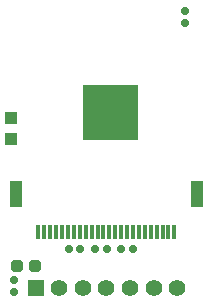
<source format=gbr>
%TF.GenerationSoftware,KiCad,Pcbnew,9.0.0*%
%TF.CreationDate,2025-04-27T20:43:47-05:00*%
%TF.ProjectId,ESP32_S3_CAM_wifi,45535033-325f-4533-935f-43414d5f7769,rev?*%
%TF.SameCoordinates,Original*%
%TF.FileFunction,Soldermask,Bot*%
%TF.FilePolarity,Negative*%
%FSLAX46Y46*%
G04 Gerber Fmt 4.6, Leading zero omitted, Abs format (unit mm)*
G04 Created by KiCad (PCBNEW 9.0.0) date 2025-04-27 20:43:47*
%MOMM*%
%LPD*%
G01*
G04 APERTURE LIST*
G04 Aperture macros list*
%AMRoundRect*
0 Rectangle with rounded corners*
0 $1 Rounding radius*
0 $2 $3 $4 $5 $6 $7 $8 $9 X,Y pos of 4 corners*
0 Add a 4 corners polygon primitive as box body*
4,1,4,$2,$3,$4,$5,$6,$7,$8,$9,$2,$3,0*
0 Add four circle primitives for the rounded corners*
1,1,$1+$1,$2,$3*
1,1,$1+$1,$4,$5*
1,1,$1+$1,$6,$7*
1,1,$1+$1,$8,$9*
0 Add four rect primitives between the rounded corners*
20,1,$1+$1,$2,$3,$4,$5,0*
20,1,$1+$1,$4,$5,$6,$7,0*
20,1,$1+$1,$6,$7,$8,$9,0*
20,1,$1+$1,$8,$9,$2,$3,0*%
G04 Aperture macros list end*
%ADD10C,0.100000*%
%ADD11R,1.400000X1.400000*%
%ADD12C,1.400000*%
%ADD13RoundRect,0.244000X0.244000X0.269000X-0.244000X0.269000X-0.244000X-0.269000X0.244000X-0.269000X0*%
%ADD14RoundRect,0.159000X0.189000X-0.159000X0.189000X0.159000X-0.189000X0.159000X-0.189000X-0.159000X0*%
%ADD15R,1.000000X1.000000*%
%ADD16RoundRect,0.159000X0.159000X0.189000X-0.159000X0.189000X-0.159000X-0.189000X0.159000X-0.189000X0*%
%ADD17RoundRect,0.159000X-0.159000X-0.189000X0.159000X-0.189000X0.159000X0.189000X-0.159000X0.189000X0*%
%ADD18R,0.300000X1.300000*%
%ADD19R,1.000000X2.200000*%
%ADD20RoundRect,0.159000X-0.189000X0.159000X-0.189000X-0.159000X0.189000X-0.159000X0.189000X0.159000X0*%
G04 APERTURE END LIST*
D10*
X158500000Y-80320000D02*
X163100000Y-80320000D01*
X163100000Y-84920000D01*
X158500000Y-84920000D01*
X158500000Y-80320000D01*
G36*
X158500000Y-80320000D02*
G01*
X163100000Y-80320000D01*
X163100000Y-84920000D01*
X158500000Y-84920000D01*
X158500000Y-80320000D01*
G37*
D11*
%TO.C,J2*%
X154500000Y-97470000D03*
D12*
X156500000Y-97470000D03*
X158500000Y-97470000D03*
X160500000Y-97470000D03*
X162500000Y-97470000D03*
X164500000Y-97470000D03*
X166500000Y-97470000D03*
%TD*%
D13*
%TO.C,C18*%
X154490000Y-95660000D03*
X152930000Y-95660000D03*
%TD*%
D14*
%TO.C,R8*%
X152660000Y-97850000D03*
X152660000Y-96850000D03*
%TD*%
D15*
%TO.C,J11*%
X152410000Y-83125000D03*
%TD*%
D16*
%TO.C,C20*%
X160540000Y-94180000D03*
X159540000Y-94180000D03*
%TD*%
D17*
%TO.C,C21*%
X161750000Y-94180000D03*
X162750000Y-94180000D03*
%TD*%
D18*
%TO.C,J1*%
X154750000Y-92810000D03*
X155250000Y-92810000D03*
X155750000Y-92810000D03*
X156250000Y-92810000D03*
X156750000Y-92810000D03*
X157250000Y-92810000D03*
X157750000Y-92810000D03*
X158250000Y-92810000D03*
X158750000Y-92810000D03*
X159250000Y-92810000D03*
X159750000Y-92810000D03*
X160250000Y-92810000D03*
X160750000Y-92810000D03*
X161250000Y-92810000D03*
X161750000Y-92810000D03*
X162250000Y-92810000D03*
X162750000Y-92810000D03*
X163250000Y-92810000D03*
X163750000Y-92810000D03*
X164250000Y-92810000D03*
X164750000Y-92810000D03*
X165250000Y-92810000D03*
X165750000Y-92810000D03*
X166250000Y-92810000D03*
D19*
X168150000Y-89560000D03*
X152850000Y-89560000D03*
%TD*%
D15*
%TO.C,J10*%
X152410000Y-84875000D03*
%TD*%
D16*
%TO.C,R6*%
X158300000Y-94180000D03*
X157300000Y-94180000D03*
%TD*%
D20*
%TO.C,C15*%
X167150000Y-74080000D03*
X167150000Y-75080000D03*
%TD*%
M02*

</source>
